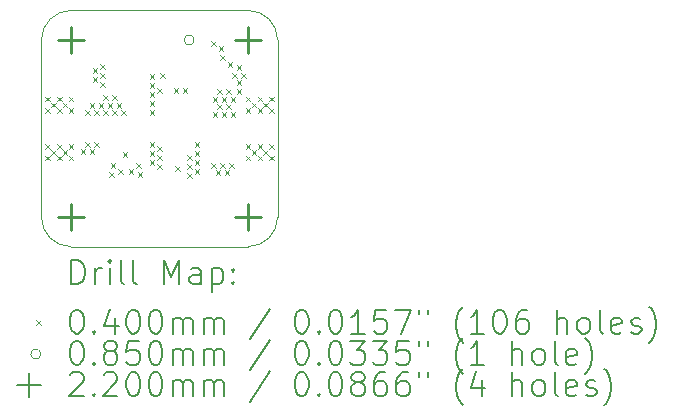
<source format=gbr>
%FSLAX45Y45*%
G04 Gerber Fmt 4.5, Leading zero omitted, Abs format (unit mm)*
G04 Created by KiCad (PCBNEW 6.0.1-79c1e3a40b~116~ubuntu20.04.1) date 2022-01-22 22:37:36*
%MOMM*%
%LPD*%
G01*
G04 APERTURE LIST*
%TA.AperFunction,Profile*%
%ADD10C,0.100000*%
%TD*%
%ADD11C,0.200000*%
%ADD12C,0.040000*%
%ADD13C,0.085000*%
%ADD14C,0.220000*%
G04 APERTURE END LIST*
D10*
X14000000Y-8250000D02*
X14000000Y-6750000D01*
X15750000Y-8500000D02*
X14250000Y-8500000D01*
X16000000Y-6750000D02*
X16000000Y-8250000D01*
X14250000Y-6500000D02*
X15750000Y-6500000D01*
X14000000Y-8250000D02*
G75*
G03*
X14250000Y-8500000I250000J0D01*
G01*
X15750000Y-8500000D02*
G75*
G03*
X16000000Y-8250000I0J250000D01*
G01*
X16000000Y-6750000D02*
G75*
G03*
X15750000Y-6500000I-250000J0D01*
G01*
X14250000Y-6500000D02*
G75*
G03*
X14000000Y-6750000I0J-250000D01*
G01*
D11*
D12*
X14030000Y-7230000D02*
X14070000Y-7270000D01*
X14070000Y-7230000D02*
X14030000Y-7270000D01*
X14030000Y-7330000D02*
X14070000Y-7370000D01*
X14070000Y-7330000D02*
X14030000Y-7370000D01*
X14030000Y-7630000D02*
X14070000Y-7670000D01*
X14070000Y-7630000D02*
X14030000Y-7670000D01*
X14030000Y-7730000D02*
X14070000Y-7770000D01*
X14070000Y-7730000D02*
X14030000Y-7770000D01*
X14080000Y-7280000D02*
X14120000Y-7320000D01*
X14120000Y-7280000D02*
X14080000Y-7320000D01*
X14080000Y-7680000D02*
X14120000Y-7720000D01*
X14120000Y-7680000D02*
X14080000Y-7720000D01*
X14130000Y-7230000D02*
X14170000Y-7270000D01*
X14170000Y-7230000D02*
X14130000Y-7270000D01*
X14130000Y-7330000D02*
X14170000Y-7370000D01*
X14170000Y-7330000D02*
X14130000Y-7370000D01*
X14130000Y-7630000D02*
X14170000Y-7670000D01*
X14170000Y-7630000D02*
X14130000Y-7670000D01*
X14130000Y-7730000D02*
X14170000Y-7770000D01*
X14170000Y-7730000D02*
X14130000Y-7770000D01*
X14180000Y-7280000D02*
X14220000Y-7320000D01*
X14220000Y-7280000D02*
X14180000Y-7320000D01*
X14180000Y-7680000D02*
X14220000Y-7720000D01*
X14220000Y-7680000D02*
X14180000Y-7720000D01*
X14230000Y-7230000D02*
X14270000Y-7270000D01*
X14270000Y-7230000D02*
X14230000Y-7270000D01*
X14230000Y-7330000D02*
X14270000Y-7370000D01*
X14270000Y-7330000D02*
X14230000Y-7370000D01*
X14230000Y-7630000D02*
X14270000Y-7670000D01*
X14270000Y-7630000D02*
X14230000Y-7670000D01*
X14230000Y-7730000D02*
X14270000Y-7770000D01*
X14270000Y-7730000D02*
X14230000Y-7770000D01*
X14331000Y-7676200D02*
X14371000Y-7716200D01*
X14371000Y-7676200D02*
X14331000Y-7716200D01*
X14369100Y-7346000D02*
X14409100Y-7386000D01*
X14409100Y-7346000D02*
X14369100Y-7386000D01*
X14369100Y-7612700D02*
X14409100Y-7652700D01*
X14409100Y-7612700D02*
X14369100Y-7652700D01*
X14407200Y-7282500D02*
X14447200Y-7322500D01*
X14447200Y-7282500D02*
X14407200Y-7322500D01*
X14407200Y-7676200D02*
X14447200Y-7716200D01*
X14447200Y-7676200D02*
X14407200Y-7716200D01*
X14432600Y-6990400D02*
X14472600Y-7030400D01*
X14472600Y-6990400D02*
X14432600Y-7030400D01*
X14432600Y-7066600D02*
X14472600Y-7106600D01*
X14472600Y-7066600D02*
X14432600Y-7106600D01*
X14445300Y-7346000D02*
X14485300Y-7386000D01*
X14485300Y-7346000D02*
X14445300Y-7386000D01*
X14445300Y-7612700D02*
X14485300Y-7652700D01*
X14485300Y-7612700D02*
X14445300Y-7652700D01*
X14483400Y-7282500D02*
X14523400Y-7322500D01*
X14523400Y-7282500D02*
X14483400Y-7322500D01*
X14496100Y-6952300D02*
X14536100Y-6992300D01*
X14536100Y-6952300D02*
X14496100Y-6992300D01*
X14496100Y-7028500D02*
X14536100Y-7068500D01*
X14536100Y-7028500D02*
X14496100Y-7068500D01*
X14496100Y-7104700D02*
X14536100Y-7144700D01*
X14536100Y-7104700D02*
X14496100Y-7144700D01*
X14521500Y-7219000D02*
X14561500Y-7259000D01*
X14561500Y-7219000D02*
X14521500Y-7259000D01*
X14521500Y-7346000D02*
X14561500Y-7386000D01*
X14561500Y-7346000D02*
X14521500Y-7386000D01*
X14559600Y-7282500D02*
X14599600Y-7322500D01*
X14599600Y-7282500D02*
X14559600Y-7322500D01*
X14572300Y-7866700D02*
X14612300Y-7906700D01*
X14612300Y-7866700D02*
X14572300Y-7906700D01*
X14585000Y-7790500D02*
X14625000Y-7830500D01*
X14625000Y-7790500D02*
X14585000Y-7830500D01*
X14597700Y-7219000D02*
X14637700Y-7259000D01*
X14637700Y-7219000D02*
X14597700Y-7259000D01*
X14597700Y-7346000D02*
X14637700Y-7386000D01*
X14637700Y-7346000D02*
X14597700Y-7386000D01*
X14635800Y-7282500D02*
X14675800Y-7322500D01*
X14675800Y-7282500D02*
X14635800Y-7322500D01*
X14648500Y-7841300D02*
X14688500Y-7881300D01*
X14688500Y-7841300D02*
X14648500Y-7881300D01*
X14673900Y-7346000D02*
X14713900Y-7386000D01*
X14713900Y-7346000D02*
X14673900Y-7386000D01*
X14686600Y-7701600D02*
X14726600Y-7741600D01*
X14726600Y-7701600D02*
X14686600Y-7741600D01*
X14737400Y-7841300D02*
X14777400Y-7881300D01*
X14777400Y-7841300D02*
X14737400Y-7881300D01*
X14800900Y-7790500D02*
X14840900Y-7830500D01*
X14840900Y-7790500D02*
X14800900Y-7830500D01*
X14813600Y-7866700D02*
X14853600Y-7906700D01*
X14853600Y-7866700D02*
X14813600Y-7906700D01*
X14915200Y-7041200D02*
X14955200Y-7081200D01*
X14955200Y-7041200D02*
X14915200Y-7081200D01*
X14915200Y-7117400D02*
X14955200Y-7157400D01*
X14955200Y-7117400D02*
X14915200Y-7157400D01*
X14915200Y-7193600D02*
X14955200Y-7233600D01*
X14955200Y-7193600D02*
X14915200Y-7233600D01*
X14915200Y-7269800D02*
X14955200Y-7309800D01*
X14955200Y-7269800D02*
X14915200Y-7309800D01*
X14915200Y-7346000D02*
X14955200Y-7386000D01*
X14955200Y-7346000D02*
X14915200Y-7386000D01*
X14915200Y-7612700D02*
X14955200Y-7652700D01*
X14955200Y-7612700D02*
X14915200Y-7652700D01*
X14915200Y-7688900D02*
X14955200Y-7728900D01*
X14955200Y-7688900D02*
X14915200Y-7728900D01*
X14915200Y-7765100D02*
X14955200Y-7805100D01*
X14955200Y-7765100D02*
X14915200Y-7805100D01*
X14978700Y-7155500D02*
X15018700Y-7195500D01*
X15018700Y-7155500D02*
X14978700Y-7195500D01*
X14978700Y-7650800D02*
X15018700Y-7690800D01*
X15018700Y-7650800D02*
X14978700Y-7690800D01*
X14978700Y-7727000D02*
X15018700Y-7767000D01*
X15018700Y-7727000D02*
X14978700Y-7767000D01*
X14978700Y-7803200D02*
X15018700Y-7843200D01*
X15018700Y-7803200D02*
X14978700Y-7843200D01*
X15004100Y-7028500D02*
X15044100Y-7068500D01*
X15044100Y-7028500D02*
X15004100Y-7068500D01*
X15118400Y-7155500D02*
X15158400Y-7195500D01*
X15158400Y-7155500D02*
X15118400Y-7195500D01*
X15131100Y-7815900D02*
X15171100Y-7855900D01*
X15171100Y-7815900D02*
X15131100Y-7855900D01*
X15194600Y-7155500D02*
X15234600Y-7195500D01*
X15234600Y-7155500D02*
X15194600Y-7195500D01*
X15232700Y-7727000D02*
X15272700Y-7767000D01*
X15272700Y-7727000D02*
X15232700Y-7767000D01*
X15232700Y-7803200D02*
X15272700Y-7843200D01*
X15272700Y-7803200D02*
X15232700Y-7843200D01*
X15232700Y-7879400D02*
X15272700Y-7919400D01*
X15272700Y-7879400D02*
X15232700Y-7919400D01*
X15296200Y-7612700D02*
X15336200Y-7652700D01*
X15336200Y-7612700D02*
X15296200Y-7652700D01*
X15296200Y-7688900D02*
X15336200Y-7728900D01*
X15336200Y-7688900D02*
X15296200Y-7728900D01*
X15296200Y-7765100D02*
X15336200Y-7805100D01*
X15336200Y-7765100D02*
X15296200Y-7805100D01*
X15296200Y-7841300D02*
X15336200Y-7881300D01*
X15336200Y-7841300D02*
X15296200Y-7881300D01*
X15435900Y-6761800D02*
X15475900Y-6801800D01*
X15475900Y-6761800D02*
X15435900Y-6801800D01*
X15435900Y-7790500D02*
X15475900Y-7830500D01*
X15475900Y-7790500D02*
X15435900Y-7830500D01*
X15448600Y-7231700D02*
X15488600Y-7271700D01*
X15488600Y-7231700D02*
X15448600Y-7271700D01*
X15448600Y-7358700D02*
X15488600Y-7398700D01*
X15488600Y-7358700D02*
X15448600Y-7398700D01*
X15474000Y-7854000D02*
X15514000Y-7894000D01*
X15514000Y-7854000D02*
X15474000Y-7894000D01*
X15486700Y-7168200D02*
X15526700Y-7208200D01*
X15526700Y-7168200D02*
X15486700Y-7208200D01*
X15486700Y-7295200D02*
X15526700Y-7335200D01*
X15526700Y-7295200D02*
X15486700Y-7335200D01*
X15499400Y-6799900D02*
X15539400Y-6839900D01*
X15539400Y-6799900D02*
X15499400Y-6839900D01*
X15512100Y-6876100D02*
X15552100Y-6916100D01*
X15552100Y-6876100D02*
X15512100Y-6916100D01*
X15512100Y-7790500D02*
X15552100Y-7830500D01*
X15552100Y-7790500D02*
X15512100Y-7830500D01*
X15524800Y-7231700D02*
X15564800Y-7271700D01*
X15564800Y-7231700D02*
X15524800Y-7271700D01*
X15524800Y-7358700D02*
X15564800Y-7398700D01*
X15564800Y-7358700D02*
X15524800Y-7398700D01*
X15550200Y-7854000D02*
X15590200Y-7894000D01*
X15590200Y-7854000D02*
X15550200Y-7894000D01*
X15562900Y-7168200D02*
X15602900Y-7208200D01*
X15602900Y-7168200D02*
X15562900Y-7208200D01*
X15562900Y-7295200D02*
X15602900Y-7335200D01*
X15602900Y-7295200D02*
X15562900Y-7335200D01*
X15575600Y-6939600D02*
X15615600Y-6979600D01*
X15615600Y-6939600D02*
X15575600Y-6979600D01*
X15588300Y-7790500D02*
X15628300Y-7830500D01*
X15628300Y-7790500D02*
X15588300Y-7830500D01*
X15601000Y-7231700D02*
X15641000Y-7271700D01*
X15641000Y-7231700D02*
X15601000Y-7271700D01*
X15601000Y-7358700D02*
X15641000Y-7398700D01*
X15641000Y-7358700D02*
X15601000Y-7398700D01*
X15613700Y-7028500D02*
X15653700Y-7068500D01*
X15653700Y-7028500D02*
X15613700Y-7068500D01*
X15651800Y-6965000D02*
X15691800Y-7005000D01*
X15691800Y-6965000D02*
X15651800Y-7005000D01*
X15651800Y-7092000D02*
X15691800Y-7132000D01*
X15691800Y-7092000D02*
X15651800Y-7132000D01*
X15651800Y-7168200D02*
X15691800Y-7208200D01*
X15691800Y-7168200D02*
X15651800Y-7208200D01*
X15689900Y-7028500D02*
X15729900Y-7068500D01*
X15729900Y-7028500D02*
X15689900Y-7068500D01*
X15730000Y-7230000D02*
X15770000Y-7270000D01*
X15770000Y-7230000D02*
X15730000Y-7270000D01*
X15730000Y-7330000D02*
X15770000Y-7370000D01*
X15770000Y-7330000D02*
X15730000Y-7370000D01*
X15730000Y-7630000D02*
X15770000Y-7670000D01*
X15770000Y-7630000D02*
X15730000Y-7670000D01*
X15730000Y-7730000D02*
X15770000Y-7770000D01*
X15770000Y-7730000D02*
X15730000Y-7770000D01*
X15780000Y-7280000D02*
X15820000Y-7320000D01*
X15820000Y-7280000D02*
X15780000Y-7320000D01*
X15780000Y-7680000D02*
X15820000Y-7720000D01*
X15820000Y-7680000D02*
X15780000Y-7720000D01*
X15830000Y-7230000D02*
X15870000Y-7270000D01*
X15870000Y-7230000D02*
X15830000Y-7270000D01*
X15830000Y-7330000D02*
X15870000Y-7370000D01*
X15870000Y-7330000D02*
X15830000Y-7370000D01*
X15830000Y-7630000D02*
X15870000Y-7670000D01*
X15870000Y-7630000D02*
X15830000Y-7670000D01*
X15830000Y-7730000D02*
X15870000Y-7770000D01*
X15870000Y-7730000D02*
X15830000Y-7770000D01*
X15880000Y-7280000D02*
X15920000Y-7320000D01*
X15920000Y-7280000D02*
X15880000Y-7320000D01*
X15880000Y-7680000D02*
X15920000Y-7720000D01*
X15920000Y-7680000D02*
X15880000Y-7720000D01*
X15930000Y-7230000D02*
X15970000Y-7270000D01*
X15970000Y-7230000D02*
X15930000Y-7270000D01*
X15930000Y-7330000D02*
X15970000Y-7370000D01*
X15970000Y-7330000D02*
X15930000Y-7370000D01*
X15930000Y-7630000D02*
X15970000Y-7670000D01*
X15970000Y-7630000D02*
X15930000Y-7670000D01*
X15930000Y-7730000D02*
X15970000Y-7770000D01*
X15970000Y-7730000D02*
X15930000Y-7770000D01*
D13*
X15292500Y-6750000D02*
G75*
G03*
X15292500Y-6750000I-42500J0D01*
G01*
D14*
X14250000Y-6640000D02*
X14250000Y-6860000D01*
X14140000Y-6750000D02*
X14360000Y-6750000D01*
X14250000Y-8140000D02*
X14250000Y-8360000D01*
X14140000Y-8250000D02*
X14360000Y-8250000D01*
X15750000Y-6640000D02*
X15750000Y-6860000D01*
X15640000Y-6750000D02*
X15860000Y-6750000D01*
X15750000Y-8140000D02*
X15750000Y-8360000D01*
X15640000Y-8250000D02*
X15860000Y-8250000D01*
D11*
X14252619Y-8815476D02*
X14252619Y-8615476D01*
X14300238Y-8615476D01*
X14328809Y-8625000D01*
X14347857Y-8644048D01*
X14357381Y-8663095D01*
X14366905Y-8701190D01*
X14366905Y-8729762D01*
X14357381Y-8767857D01*
X14347857Y-8786905D01*
X14328809Y-8805952D01*
X14300238Y-8815476D01*
X14252619Y-8815476D01*
X14452619Y-8815476D02*
X14452619Y-8682143D01*
X14452619Y-8720238D02*
X14462143Y-8701190D01*
X14471667Y-8691667D01*
X14490714Y-8682143D01*
X14509762Y-8682143D01*
X14576428Y-8815476D02*
X14576428Y-8682143D01*
X14576428Y-8615476D02*
X14566905Y-8625000D01*
X14576428Y-8634524D01*
X14585952Y-8625000D01*
X14576428Y-8615476D01*
X14576428Y-8634524D01*
X14700238Y-8815476D02*
X14681190Y-8805952D01*
X14671667Y-8786905D01*
X14671667Y-8615476D01*
X14805000Y-8815476D02*
X14785952Y-8805952D01*
X14776428Y-8786905D01*
X14776428Y-8615476D01*
X15033571Y-8815476D02*
X15033571Y-8615476D01*
X15100238Y-8758333D01*
X15166905Y-8615476D01*
X15166905Y-8815476D01*
X15347857Y-8815476D02*
X15347857Y-8710714D01*
X15338333Y-8691667D01*
X15319286Y-8682143D01*
X15281190Y-8682143D01*
X15262143Y-8691667D01*
X15347857Y-8805952D02*
X15328809Y-8815476D01*
X15281190Y-8815476D01*
X15262143Y-8805952D01*
X15252619Y-8786905D01*
X15252619Y-8767857D01*
X15262143Y-8748810D01*
X15281190Y-8739286D01*
X15328809Y-8739286D01*
X15347857Y-8729762D01*
X15443095Y-8682143D02*
X15443095Y-8882143D01*
X15443095Y-8691667D02*
X15462143Y-8682143D01*
X15500238Y-8682143D01*
X15519286Y-8691667D01*
X15528809Y-8701190D01*
X15538333Y-8720238D01*
X15538333Y-8777381D01*
X15528809Y-8796429D01*
X15519286Y-8805952D01*
X15500238Y-8815476D01*
X15462143Y-8815476D01*
X15443095Y-8805952D01*
X15624048Y-8796429D02*
X15633571Y-8805952D01*
X15624048Y-8815476D01*
X15614524Y-8805952D01*
X15624048Y-8796429D01*
X15624048Y-8815476D01*
X15624048Y-8691667D02*
X15633571Y-8701190D01*
X15624048Y-8710714D01*
X15614524Y-8701190D01*
X15624048Y-8691667D01*
X15624048Y-8710714D01*
D12*
X13955000Y-9125000D02*
X13995000Y-9165000D01*
X13995000Y-9125000D02*
X13955000Y-9165000D01*
D11*
X14290714Y-9035476D02*
X14309762Y-9035476D01*
X14328809Y-9045000D01*
X14338333Y-9054524D01*
X14347857Y-9073571D01*
X14357381Y-9111667D01*
X14357381Y-9159286D01*
X14347857Y-9197381D01*
X14338333Y-9216429D01*
X14328809Y-9225952D01*
X14309762Y-9235476D01*
X14290714Y-9235476D01*
X14271667Y-9225952D01*
X14262143Y-9216429D01*
X14252619Y-9197381D01*
X14243095Y-9159286D01*
X14243095Y-9111667D01*
X14252619Y-9073571D01*
X14262143Y-9054524D01*
X14271667Y-9045000D01*
X14290714Y-9035476D01*
X14443095Y-9216429D02*
X14452619Y-9225952D01*
X14443095Y-9235476D01*
X14433571Y-9225952D01*
X14443095Y-9216429D01*
X14443095Y-9235476D01*
X14624048Y-9102143D02*
X14624048Y-9235476D01*
X14576428Y-9025952D02*
X14528809Y-9168810D01*
X14652619Y-9168810D01*
X14766905Y-9035476D02*
X14785952Y-9035476D01*
X14805000Y-9045000D01*
X14814524Y-9054524D01*
X14824048Y-9073571D01*
X14833571Y-9111667D01*
X14833571Y-9159286D01*
X14824048Y-9197381D01*
X14814524Y-9216429D01*
X14805000Y-9225952D01*
X14785952Y-9235476D01*
X14766905Y-9235476D01*
X14747857Y-9225952D01*
X14738333Y-9216429D01*
X14728809Y-9197381D01*
X14719286Y-9159286D01*
X14719286Y-9111667D01*
X14728809Y-9073571D01*
X14738333Y-9054524D01*
X14747857Y-9045000D01*
X14766905Y-9035476D01*
X14957381Y-9035476D02*
X14976428Y-9035476D01*
X14995476Y-9045000D01*
X15005000Y-9054524D01*
X15014524Y-9073571D01*
X15024048Y-9111667D01*
X15024048Y-9159286D01*
X15014524Y-9197381D01*
X15005000Y-9216429D01*
X14995476Y-9225952D01*
X14976428Y-9235476D01*
X14957381Y-9235476D01*
X14938333Y-9225952D01*
X14928809Y-9216429D01*
X14919286Y-9197381D01*
X14909762Y-9159286D01*
X14909762Y-9111667D01*
X14919286Y-9073571D01*
X14928809Y-9054524D01*
X14938333Y-9045000D01*
X14957381Y-9035476D01*
X15109762Y-9235476D02*
X15109762Y-9102143D01*
X15109762Y-9121190D02*
X15119286Y-9111667D01*
X15138333Y-9102143D01*
X15166905Y-9102143D01*
X15185952Y-9111667D01*
X15195476Y-9130714D01*
X15195476Y-9235476D01*
X15195476Y-9130714D02*
X15205000Y-9111667D01*
X15224048Y-9102143D01*
X15252619Y-9102143D01*
X15271667Y-9111667D01*
X15281190Y-9130714D01*
X15281190Y-9235476D01*
X15376428Y-9235476D02*
X15376428Y-9102143D01*
X15376428Y-9121190D02*
X15385952Y-9111667D01*
X15405000Y-9102143D01*
X15433571Y-9102143D01*
X15452619Y-9111667D01*
X15462143Y-9130714D01*
X15462143Y-9235476D01*
X15462143Y-9130714D02*
X15471667Y-9111667D01*
X15490714Y-9102143D01*
X15519286Y-9102143D01*
X15538333Y-9111667D01*
X15547857Y-9130714D01*
X15547857Y-9235476D01*
X15938333Y-9025952D02*
X15766905Y-9283095D01*
X16195476Y-9035476D02*
X16214524Y-9035476D01*
X16233571Y-9045000D01*
X16243095Y-9054524D01*
X16252619Y-9073571D01*
X16262143Y-9111667D01*
X16262143Y-9159286D01*
X16252619Y-9197381D01*
X16243095Y-9216429D01*
X16233571Y-9225952D01*
X16214524Y-9235476D01*
X16195476Y-9235476D01*
X16176428Y-9225952D01*
X16166905Y-9216429D01*
X16157381Y-9197381D01*
X16147857Y-9159286D01*
X16147857Y-9111667D01*
X16157381Y-9073571D01*
X16166905Y-9054524D01*
X16176428Y-9045000D01*
X16195476Y-9035476D01*
X16347857Y-9216429D02*
X16357381Y-9225952D01*
X16347857Y-9235476D01*
X16338333Y-9225952D01*
X16347857Y-9216429D01*
X16347857Y-9235476D01*
X16481190Y-9035476D02*
X16500238Y-9035476D01*
X16519286Y-9045000D01*
X16528809Y-9054524D01*
X16538333Y-9073571D01*
X16547857Y-9111667D01*
X16547857Y-9159286D01*
X16538333Y-9197381D01*
X16528809Y-9216429D01*
X16519286Y-9225952D01*
X16500238Y-9235476D01*
X16481190Y-9235476D01*
X16462143Y-9225952D01*
X16452619Y-9216429D01*
X16443095Y-9197381D01*
X16433571Y-9159286D01*
X16433571Y-9111667D01*
X16443095Y-9073571D01*
X16452619Y-9054524D01*
X16462143Y-9045000D01*
X16481190Y-9035476D01*
X16738333Y-9235476D02*
X16624048Y-9235476D01*
X16681190Y-9235476D02*
X16681190Y-9035476D01*
X16662143Y-9064048D01*
X16643095Y-9083095D01*
X16624048Y-9092619D01*
X16919286Y-9035476D02*
X16824048Y-9035476D01*
X16814524Y-9130714D01*
X16824048Y-9121190D01*
X16843095Y-9111667D01*
X16890714Y-9111667D01*
X16909762Y-9121190D01*
X16919286Y-9130714D01*
X16928810Y-9149762D01*
X16928810Y-9197381D01*
X16919286Y-9216429D01*
X16909762Y-9225952D01*
X16890714Y-9235476D01*
X16843095Y-9235476D01*
X16824048Y-9225952D01*
X16814524Y-9216429D01*
X16995476Y-9035476D02*
X17128810Y-9035476D01*
X17043095Y-9235476D01*
X17195476Y-9035476D02*
X17195476Y-9073571D01*
X17271667Y-9035476D02*
X17271667Y-9073571D01*
X17566905Y-9311667D02*
X17557381Y-9302143D01*
X17538333Y-9273571D01*
X17528810Y-9254524D01*
X17519286Y-9225952D01*
X17509762Y-9178333D01*
X17509762Y-9140238D01*
X17519286Y-9092619D01*
X17528810Y-9064048D01*
X17538333Y-9045000D01*
X17557381Y-9016429D01*
X17566905Y-9006905D01*
X17747857Y-9235476D02*
X17633571Y-9235476D01*
X17690714Y-9235476D02*
X17690714Y-9035476D01*
X17671667Y-9064048D01*
X17652619Y-9083095D01*
X17633571Y-9092619D01*
X17871667Y-9035476D02*
X17890714Y-9035476D01*
X17909762Y-9045000D01*
X17919286Y-9054524D01*
X17928810Y-9073571D01*
X17938333Y-9111667D01*
X17938333Y-9159286D01*
X17928810Y-9197381D01*
X17919286Y-9216429D01*
X17909762Y-9225952D01*
X17890714Y-9235476D01*
X17871667Y-9235476D01*
X17852619Y-9225952D01*
X17843095Y-9216429D01*
X17833571Y-9197381D01*
X17824048Y-9159286D01*
X17824048Y-9111667D01*
X17833571Y-9073571D01*
X17843095Y-9054524D01*
X17852619Y-9045000D01*
X17871667Y-9035476D01*
X18109762Y-9035476D02*
X18071667Y-9035476D01*
X18052619Y-9045000D01*
X18043095Y-9054524D01*
X18024048Y-9083095D01*
X18014524Y-9121190D01*
X18014524Y-9197381D01*
X18024048Y-9216429D01*
X18033571Y-9225952D01*
X18052619Y-9235476D01*
X18090714Y-9235476D01*
X18109762Y-9225952D01*
X18119286Y-9216429D01*
X18128810Y-9197381D01*
X18128810Y-9149762D01*
X18119286Y-9130714D01*
X18109762Y-9121190D01*
X18090714Y-9111667D01*
X18052619Y-9111667D01*
X18033571Y-9121190D01*
X18024048Y-9130714D01*
X18014524Y-9149762D01*
X18366905Y-9235476D02*
X18366905Y-9035476D01*
X18452619Y-9235476D02*
X18452619Y-9130714D01*
X18443095Y-9111667D01*
X18424048Y-9102143D01*
X18395476Y-9102143D01*
X18376429Y-9111667D01*
X18366905Y-9121190D01*
X18576429Y-9235476D02*
X18557381Y-9225952D01*
X18547857Y-9216429D01*
X18538333Y-9197381D01*
X18538333Y-9140238D01*
X18547857Y-9121190D01*
X18557381Y-9111667D01*
X18576429Y-9102143D01*
X18605000Y-9102143D01*
X18624048Y-9111667D01*
X18633571Y-9121190D01*
X18643095Y-9140238D01*
X18643095Y-9197381D01*
X18633571Y-9216429D01*
X18624048Y-9225952D01*
X18605000Y-9235476D01*
X18576429Y-9235476D01*
X18757381Y-9235476D02*
X18738333Y-9225952D01*
X18728810Y-9206905D01*
X18728810Y-9035476D01*
X18909762Y-9225952D02*
X18890714Y-9235476D01*
X18852619Y-9235476D01*
X18833571Y-9225952D01*
X18824048Y-9206905D01*
X18824048Y-9130714D01*
X18833571Y-9111667D01*
X18852619Y-9102143D01*
X18890714Y-9102143D01*
X18909762Y-9111667D01*
X18919286Y-9130714D01*
X18919286Y-9149762D01*
X18824048Y-9168810D01*
X18995476Y-9225952D02*
X19014524Y-9235476D01*
X19052619Y-9235476D01*
X19071667Y-9225952D01*
X19081190Y-9206905D01*
X19081190Y-9197381D01*
X19071667Y-9178333D01*
X19052619Y-9168810D01*
X19024048Y-9168810D01*
X19005000Y-9159286D01*
X18995476Y-9140238D01*
X18995476Y-9130714D01*
X19005000Y-9111667D01*
X19024048Y-9102143D01*
X19052619Y-9102143D01*
X19071667Y-9111667D01*
X19147857Y-9311667D02*
X19157381Y-9302143D01*
X19176429Y-9273571D01*
X19185952Y-9254524D01*
X19195476Y-9225952D01*
X19205000Y-9178333D01*
X19205000Y-9140238D01*
X19195476Y-9092619D01*
X19185952Y-9064048D01*
X19176429Y-9045000D01*
X19157381Y-9016429D01*
X19147857Y-9006905D01*
D13*
X13995000Y-9409000D02*
G75*
G03*
X13995000Y-9409000I-42500J0D01*
G01*
D11*
X14290714Y-9299476D02*
X14309762Y-9299476D01*
X14328809Y-9309000D01*
X14338333Y-9318524D01*
X14347857Y-9337571D01*
X14357381Y-9375667D01*
X14357381Y-9423286D01*
X14347857Y-9461381D01*
X14338333Y-9480429D01*
X14328809Y-9489952D01*
X14309762Y-9499476D01*
X14290714Y-9499476D01*
X14271667Y-9489952D01*
X14262143Y-9480429D01*
X14252619Y-9461381D01*
X14243095Y-9423286D01*
X14243095Y-9375667D01*
X14252619Y-9337571D01*
X14262143Y-9318524D01*
X14271667Y-9309000D01*
X14290714Y-9299476D01*
X14443095Y-9480429D02*
X14452619Y-9489952D01*
X14443095Y-9499476D01*
X14433571Y-9489952D01*
X14443095Y-9480429D01*
X14443095Y-9499476D01*
X14566905Y-9385190D02*
X14547857Y-9375667D01*
X14538333Y-9366143D01*
X14528809Y-9347095D01*
X14528809Y-9337571D01*
X14538333Y-9318524D01*
X14547857Y-9309000D01*
X14566905Y-9299476D01*
X14605000Y-9299476D01*
X14624048Y-9309000D01*
X14633571Y-9318524D01*
X14643095Y-9337571D01*
X14643095Y-9347095D01*
X14633571Y-9366143D01*
X14624048Y-9375667D01*
X14605000Y-9385190D01*
X14566905Y-9385190D01*
X14547857Y-9394714D01*
X14538333Y-9404238D01*
X14528809Y-9423286D01*
X14528809Y-9461381D01*
X14538333Y-9480429D01*
X14547857Y-9489952D01*
X14566905Y-9499476D01*
X14605000Y-9499476D01*
X14624048Y-9489952D01*
X14633571Y-9480429D01*
X14643095Y-9461381D01*
X14643095Y-9423286D01*
X14633571Y-9404238D01*
X14624048Y-9394714D01*
X14605000Y-9385190D01*
X14824048Y-9299476D02*
X14728809Y-9299476D01*
X14719286Y-9394714D01*
X14728809Y-9385190D01*
X14747857Y-9375667D01*
X14795476Y-9375667D01*
X14814524Y-9385190D01*
X14824048Y-9394714D01*
X14833571Y-9413762D01*
X14833571Y-9461381D01*
X14824048Y-9480429D01*
X14814524Y-9489952D01*
X14795476Y-9499476D01*
X14747857Y-9499476D01*
X14728809Y-9489952D01*
X14719286Y-9480429D01*
X14957381Y-9299476D02*
X14976428Y-9299476D01*
X14995476Y-9309000D01*
X15005000Y-9318524D01*
X15014524Y-9337571D01*
X15024048Y-9375667D01*
X15024048Y-9423286D01*
X15014524Y-9461381D01*
X15005000Y-9480429D01*
X14995476Y-9489952D01*
X14976428Y-9499476D01*
X14957381Y-9499476D01*
X14938333Y-9489952D01*
X14928809Y-9480429D01*
X14919286Y-9461381D01*
X14909762Y-9423286D01*
X14909762Y-9375667D01*
X14919286Y-9337571D01*
X14928809Y-9318524D01*
X14938333Y-9309000D01*
X14957381Y-9299476D01*
X15109762Y-9499476D02*
X15109762Y-9366143D01*
X15109762Y-9385190D02*
X15119286Y-9375667D01*
X15138333Y-9366143D01*
X15166905Y-9366143D01*
X15185952Y-9375667D01*
X15195476Y-9394714D01*
X15195476Y-9499476D01*
X15195476Y-9394714D02*
X15205000Y-9375667D01*
X15224048Y-9366143D01*
X15252619Y-9366143D01*
X15271667Y-9375667D01*
X15281190Y-9394714D01*
X15281190Y-9499476D01*
X15376428Y-9499476D02*
X15376428Y-9366143D01*
X15376428Y-9385190D02*
X15385952Y-9375667D01*
X15405000Y-9366143D01*
X15433571Y-9366143D01*
X15452619Y-9375667D01*
X15462143Y-9394714D01*
X15462143Y-9499476D01*
X15462143Y-9394714D02*
X15471667Y-9375667D01*
X15490714Y-9366143D01*
X15519286Y-9366143D01*
X15538333Y-9375667D01*
X15547857Y-9394714D01*
X15547857Y-9499476D01*
X15938333Y-9289952D02*
X15766905Y-9547095D01*
X16195476Y-9299476D02*
X16214524Y-9299476D01*
X16233571Y-9309000D01*
X16243095Y-9318524D01*
X16252619Y-9337571D01*
X16262143Y-9375667D01*
X16262143Y-9423286D01*
X16252619Y-9461381D01*
X16243095Y-9480429D01*
X16233571Y-9489952D01*
X16214524Y-9499476D01*
X16195476Y-9499476D01*
X16176428Y-9489952D01*
X16166905Y-9480429D01*
X16157381Y-9461381D01*
X16147857Y-9423286D01*
X16147857Y-9375667D01*
X16157381Y-9337571D01*
X16166905Y-9318524D01*
X16176428Y-9309000D01*
X16195476Y-9299476D01*
X16347857Y-9480429D02*
X16357381Y-9489952D01*
X16347857Y-9499476D01*
X16338333Y-9489952D01*
X16347857Y-9480429D01*
X16347857Y-9499476D01*
X16481190Y-9299476D02*
X16500238Y-9299476D01*
X16519286Y-9309000D01*
X16528809Y-9318524D01*
X16538333Y-9337571D01*
X16547857Y-9375667D01*
X16547857Y-9423286D01*
X16538333Y-9461381D01*
X16528809Y-9480429D01*
X16519286Y-9489952D01*
X16500238Y-9499476D01*
X16481190Y-9499476D01*
X16462143Y-9489952D01*
X16452619Y-9480429D01*
X16443095Y-9461381D01*
X16433571Y-9423286D01*
X16433571Y-9375667D01*
X16443095Y-9337571D01*
X16452619Y-9318524D01*
X16462143Y-9309000D01*
X16481190Y-9299476D01*
X16614524Y-9299476D02*
X16738333Y-9299476D01*
X16671667Y-9375667D01*
X16700238Y-9375667D01*
X16719286Y-9385190D01*
X16728809Y-9394714D01*
X16738333Y-9413762D01*
X16738333Y-9461381D01*
X16728809Y-9480429D01*
X16719286Y-9489952D01*
X16700238Y-9499476D01*
X16643095Y-9499476D01*
X16624048Y-9489952D01*
X16614524Y-9480429D01*
X16805000Y-9299476D02*
X16928810Y-9299476D01*
X16862143Y-9375667D01*
X16890714Y-9375667D01*
X16909762Y-9385190D01*
X16919286Y-9394714D01*
X16928810Y-9413762D01*
X16928810Y-9461381D01*
X16919286Y-9480429D01*
X16909762Y-9489952D01*
X16890714Y-9499476D01*
X16833571Y-9499476D01*
X16814524Y-9489952D01*
X16805000Y-9480429D01*
X17109762Y-9299476D02*
X17014524Y-9299476D01*
X17005000Y-9394714D01*
X17014524Y-9385190D01*
X17033571Y-9375667D01*
X17081190Y-9375667D01*
X17100238Y-9385190D01*
X17109762Y-9394714D01*
X17119286Y-9413762D01*
X17119286Y-9461381D01*
X17109762Y-9480429D01*
X17100238Y-9489952D01*
X17081190Y-9499476D01*
X17033571Y-9499476D01*
X17014524Y-9489952D01*
X17005000Y-9480429D01*
X17195476Y-9299476D02*
X17195476Y-9337571D01*
X17271667Y-9299476D02*
X17271667Y-9337571D01*
X17566905Y-9575667D02*
X17557381Y-9566143D01*
X17538333Y-9537571D01*
X17528810Y-9518524D01*
X17519286Y-9489952D01*
X17509762Y-9442333D01*
X17509762Y-9404238D01*
X17519286Y-9356619D01*
X17528810Y-9328048D01*
X17538333Y-9309000D01*
X17557381Y-9280429D01*
X17566905Y-9270905D01*
X17747857Y-9499476D02*
X17633571Y-9499476D01*
X17690714Y-9499476D02*
X17690714Y-9299476D01*
X17671667Y-9328048D01*
X17652619Y-9347095D01*
X17633571Y-9356619D01*
X17985952Y-9499476D02*
X17985952Y-9299476D01*
X18071667Y-9499476D02*
X18071667Y-9394714D01*
X18062143Y-9375667D01*
X18043095Y-9366143D01*
X18014524Y-9366143D01*
X17995476Y-9375667D01*
X17985952Y-9385190D01*
X18195476Y-9499476D02*
X18176429Y-9489952D01*
X18166905Y-9480429D01*
X18157381Y-9461381D01*
X18157381Y-9404238D01*
X18166905Y-9385190D01*
X18176429Y-9375667D01*
X18195476Y-9366143D01*
X18224048Y-9366143D01*
X18243095Y-9375667D01*
X18252619Y-9385190D01*
X18262143Y-9404238D01*
X18262143Y-9461381D01*
X18252619Y-9480429D01*
X18243095Y-9489952D01*
X18224048Y-9499476D01*
X18195476Y-9499476D01*
X18376429Y-9499476D02*
X18357381Y-9489952D01*
X18347857Y-9470905D01*
X18347857Y-9299476D01*
X18528810Y-9489952D02*
X18509762Y-9499476D01*
X18471667Y-9499476D01*
X18452619Y-9489952D01*
X18443095Y-9470905D01*
X18443095Y-9394714D01*
X18452619Y-9375667D01*
X18471667Y-9366143D01*
X18509762Y-9366143D01*
X18528810Y-9375667D01*
X18538333Y-9394714D01*
X18538333Y-9413762D01*
X18443095Y-9432810D01*
X18605000Y-9575667D02*
X18614524Y-9566143D01*
X18633571Y-9537571D01*
X18643095Y-9518524D01*
X18652619Y-9489952D01*
X18662143Y-9442333D01*
X18662143Y-9404238D01*
X18652619Y-9356619D01*
X18643095Y-9328048D01*
X18633571Y-9309000D01*
X18614524Y-9280429D01*
X18605000Y-9270905D01*
X13895000Y-9573000D02*
X13895000Y-9773000D01*
X13795000Y-9673000D02*
X13995000Y-9673000D01*
X14243095Y-9582524D02*
X14252619Y-9573000D01*
X14271667Y-9563476D01*
X14319286Y-9563476D01*
X14338333Y-9573000D01*
X14347857Y-9582524D01*
X14357381Y-9601571D01*
X14357381Y-9620619D01*
X14347857Y-9649190D01*
X14233571Y-9763476D01*
X14357381Y-9763476D01*
X14443095Y-9744429D02*
X14452619Y-9753952D01*
X14443095Y-9763476D01*
X14433571Y-9753952D01*
X14443095Y-9744429D01*
X14443095Y-9763476D01*
X14528809Y-9582524D02*
X14538333Y-9573000D01*
X14557381Y-9563476D01*
X14605000Y-9563476D01*
X14624048Y-9573000D01*
X14633571Y-9582524D01*
X14643095Y-9601571D01*
X14643095Y-9620619D01*
X14633571Y-9649190D01*
X14519286Y-9763476D01*
X14643095Y-9763476D01*
X14766905Y-9563476D02*
X14785952Y-9563476D01*
X14805000Y-9573000D01*
X14814524Y-9582524D01*
X14824048Y-9601571D01*
X14833571Y-9639667D01*
X14833571Y-9687286D01*
X14824048Y-9725381D01*
X14814524Y-9744429D01*
X14805000Y-9753952D01*
X14785952Y-9763476D01*
X14766905Y-9763476D01*
X14747857Y-9753952D01*
X14738333Y-9744429D01*
X14728809Y-9725381D01*
X14719286Y-9687286D01*
X14719286Y-9639667D01*
X14728809Y-9601571D01*
X14738333Y-9582524D01*
X14747857Y-9573000D01*
X14766905Y-9563476D01*
X14957381Y-9563476D02*
X14976428Y-9563476D01*
X14995476Y-9573000D01*
X15005000Y-9582524D01*
X15014524Y-9601571D01*
X15024048Y-9639667D01*
X15024048Y-9687286D01*
X15014524Y-9725381D01*
X15005000Y-9744429D01*
X14995476Y-9753952D01*
X14976428Y-9763476D01*
X14957381Y-9763476D01*
X14938333Y-9753952D01*
X14928809Y-9744429D01*
X14919286Y-9725381D01*
X14909762Y-9687286D01*
X14909762Y-9639667D01*
X14919286Y-9601571D01*
X14928809Y-9582524D01*
X14938333Y-9573000D01*
X14957381Y-9563476D01*
X15109762Y-9763476D02*
X15109762Y-9630143D01*
X15109762Y-9649190D02*
X15119286Y-9639667D01*
X15138333Y-9630143D01*
X15166905Y-9630143D01*
X15185952Y-9639667D01*
X15195476Y-9658714D01*
X15195476Y-9763476D01*
X15195476Y-9658714D02*
X15205000Y-9639667D01*
X15224048Y-9630143D01*
X15252619Y-9630143D01*
X15271667Y-9639667D01*
X15281190Y-9658714D01*
X15281190Y-9763476D01*
X15376428Y-9763476D02*
X15376428Y-9630143D01*
X15376428Y-9649190D02*
X15385952Y-9639667D01*
X15405000Y-9630143D01*
X15433571Y-9630143D01*
X15452619Y-9639667D01*
X15462143Y-9658714D01*
X15462143Y-9763476D01*
X15462143Y-9658714D02*
X15471667Y-9639667D01*
X15490714Y-9630143D01*
X15519286Y-9630143D01*
X15538333Y-9639667D01*
X15547857Y-9658714D01*
X15547857Y-9763476D01*
X15938333Y-9553952D02*
X15766905Y-9811095D01*
X16195476Y-9563476D02*
X16214524Y-9563476D01*
X16233571Y-9573000D01*
X16243095Y-9582524D01*
X16252619Y-9601571D01*
X16262143Y-9639667D01*
X16262143Y-9687286D01*
X16252619Y-9725381D01*
X16243095Y-9744429D01*
X16233571Y-9753952D01*
X16214524Y-9763476D01*
X16195476Y-9763476D01*
X16176428Y-9753952D01*
X16166905Y-9744429D01*
X16157381Y-9725381D01*
X16147857Y-9687286D01*
X16147857Y-9639667D01*
X16157381Y-9601571D01*
X16166905Y-9582524D01*
X16176428Y-9573000D01*
X16195476Y-9563476D01*
X16347857Y-9744429D02*
X16357381Y-9753952D01*
X16347857Y-9763476D01*
X16338333Y-9753952D01*
X16347857Y-9744429D01*
X16347857Y-9763476D01*
X16481190Y-9563476D02*
X16500238Y-9563476D01*
X16519286Y-9573000D01*
X16528809Y-9582524D01*
X16538333Y-9601571D01*
X16547857Y-9639667D01*
X16547857Y-9687286D01*
X16538333Y-9725381D01*
X16528809Y-9744429D01*
X16519286Y-9753952D01*
X16500238Y-9763476D01*
X16481190Y-9763476D01*
X16462143Y-9753952D01*
X16452619Y-9744429D01*
X16443095Y-9725381D01*
X16433571Y-9687286D01*
X16433571Y-9639667D01*
X16443095Y-9601571D01*
X16452619Y-9582524D01*
X16462143Y-9573000D01*
X16481190Y-9563476D01*
X16662143Y-9649190D02*
X16643095Y-9639667D01*
X16633571Y-9630143D01*
X16624048Y-9611095D01*
X16624048Y-9601571D01*
X16633571Y-9582524D01*
X16643095Y-9573000D01*
X16662143Y-9563476D01*
X16700238Y-9563476D01*
X16719286Y-9573000D01*
X16728809Y-9582524D01*
X16738333Y-9601571D01*
X16738333Y-9611095D01*
X16728809Y-9630143D01*
X16719286Y-9639667D01*
X16700238Y-9649190D01*
X16662143Y-9649190D01*
X16643095Y-9658714D01*
X16633571Y-9668238D01*
X16624048Y-9687286D01*
X16624048Y-9725381D01*
X16633571Y-9744429D01*
X16643095Y-9753952D01*
X16662143Y-9763476D01*
X16700238Y-9763476D01*
X16719286Y-9753952D01*
X16728809Y-9744429D01*
X16738333Y-9725381D01*
X16738333Y-9687286D01*
X16728809Y-9668238D01*
X16719286Y-9658714D01*
X16700238Y-9649190D01*
X16909762Y-9563476D02*
X16871667Y-9563476D01*
X16852619Y-9573000D01*
X16843095Y-9582524D01*
X16824048Y-9611095D01*
X16814524Y-9649190D01*
X16814524Y-9725381D01*
X16824048Y-9744429D01*
X16833571Y-9753952D01*
X16852619Y-9763476D01*
X16890714Y-9763476D01*
X16909762Y-9753952D01*
X16919286Y-9744429D01*
X16928810Y-9725381D01*
X16928810Y-9677762D01*
X16919286Y-9658714D01*
X16909762Y-9649190D01*
X16890714Y-9639667D01*
X16852619Y-9639667D01*
X16833571Y-9649190D01*
X16824048Y-9658714D01*
X16814524Y-9677762D01*
X17100238Y-9563476D02*
X17062143Y-9563476D01*
X17043095Y-9573000D01*
X17033571Y-9582524D01*
X17014524Y-9611095D01*
X17005000Y-9649190D01*
X17005000Y-9725381D01*
X17014524Y-9744429D01*
X17024048Y-9753952D01*
X17043095Y-9763476D01*
X17081190Y-9763476D01*
X17100238Y-9753952D01*
X17109762Y-9744429D01*
X17119286Y-9725381D01*
X17119286Y-9677762D01*
X17109762Y-9658714D01*
X17100238Y-9649190D01*
X17081190Y-9639667D01*
X17043095Y-9639667D01*
X17024048Y-9649190D01*
X17014524Y-9658714D01*
X17005000Y-9677762D01*
X17195476Y-9563476D02*
X17195476Y-9601571D01*
X17271667Y-9563476D02*
X17271667Y-9601571D01*
X17566905Y-9839667D02*
X17557381Y-9830143D01*
X17538333Y-9801571D01*
X17528810Y-9782524D01*
X17519286Y-9753952D01*
X17509762Y-9706333D01*
X17509762Y-9668238D01*
X17519286Y-9620619D01*
X17528810Y-9592048D01*
X17538333Y-9573000D01*
X17557381Y-9544429D01*
X17566905Y-9534905D01*
X17728810Y-9630143D02*
X17728810Y-9763476D01*
X17681190Y-9553952D02*
X17633571Y-9696810D01*
X17757381Y-9696810D01*
X17985952Y-9763476D02*
X17985952Y-9563476D01*
X18071667Y-9763476D02*
X18071667Y-9658714D01*
X18062143Y-9639667D01*
X18043095Y-9630143D01*
X18014524Y-9630143D01*
X17995476Y-9639667D01*
X17985952Y-9649190D01*
X18195476Y-9763476D02*
X18176429Y-9753952D01*
X18166905Y-9744429D01*
X18157381Y-9725381D01*
X18157381Y-9668238D01*
X18166905Y-9649190D01*
X18176429Y-9639667D01*
X18195476Y-9630143D01*
X18224048Y-9630143D01*
X18243095Y-9639667D01*
X18252619Y-9649190D01*
X18262143Y-9668238D01*
X18262143Y-9725381D01*
X18252619Y-9744429D01*
X18243095Y-9753952D01*
X18224048Y-9763476D01*
X18195476Y-9763476D01*
X18376429Y-9763476D02*
X18357381Y-9753952D01*
X18347857Y-9734905D01*
X18347857Y-9563476D01*
X18528810Y-9753952D02*
X18509762Y-9763476D01*
X18471667Y-9763476D01*
X18452619Y-9753952D01*
X18443095Y-9734905D01*
X18443095Y-9658714D01*
X18452619Y-9639667D01*
X18471667Y-9630143D01*
X18509762Y-9630143D01*
X18528810Y-9639667D01*
X18538333Y-9658714D01*
X18538333Y-9677762D01*
X18443095Y-9696810D01*
X18614524Y-9753952D02*
X18633571Y-9763476D01*
X18671667Y-9763476D01*
X18690714Y-9753952D01*
X18700238Y-9734905D01*
X18700238Y-9725381D01*
X18690714Y-9706333D01*
X18671667Y-9696810D01*
X18643095Y-9696810D01*
X18624048Y-9687286D01*
X18614524Y-9668238D01*
X18614524Y-9658714D01*
X18624048Y-9639667D01*
X18643095Y-9630143D01*
X18671667Y-9630143D01*
X18690714Y-9639667D01*
X18766905Y-9839667D02*
X18776429Y-9830143D01*
X18795476Y-9801571D01*
X18805000Y-9782524D01*
X18814524Y-9753952D01*
X18824048Y-9706333D01*
X18824048Y-9668238D01*
X18814524Y-9620619D01*
X18805000Y-9592048D01*
X18795476Y-9573000D01*
X18776429Y-9544429D01*
X18766905Y-9534905D01*
M02*

</source>
